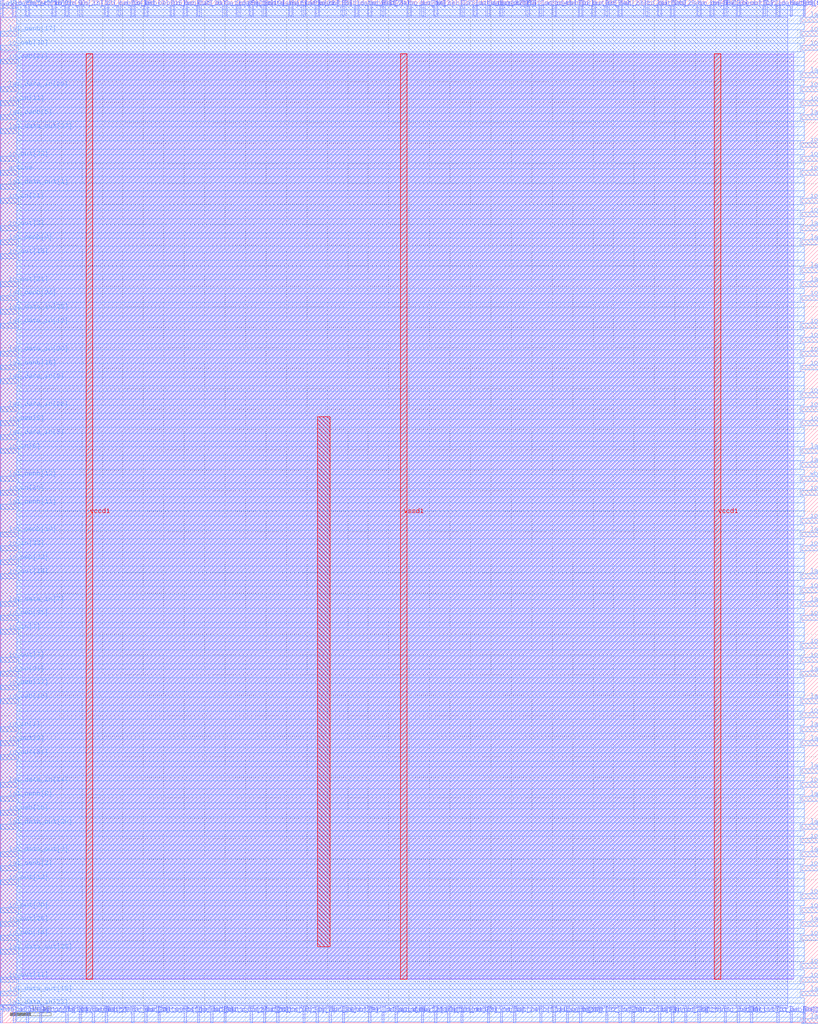
<source format=lef>
VERSION 5.7 ;
  NOWIREEXTENSIONATPIN ON ;
  DIVIDERCHAR "/" ;
  BUSBITCHARS "[]" ;
MACRO wrapped_rgb_mixer
  CLASS BLOCK ;
  FOREIGN wrapped_rgb_mixer ;
  ORIGIN 0.000 0.000 ;
  SIZE 200.000 BY 250.000 ;
  PIN active
    DIRECTION INPUT ;
    USE SIGNAL ;
    PORT
      LAYER met3 ;
        RECT 0.000 207.140 4.000 208.340 ;
    END
  END active
  PIN io_in[0]
    DIRECTION INPUT ;
    USE SIGNAL ;
    PORT
      LAYER met2 ;
        RECT 67.570 0.000 68.130 4.000 ;
    END
  END io_in[0]
  PIN io_in[10]
    DIRECTION INPUT ;
    USE SIGNAL ;
    PORT
      LAYER met2 ;
        RECT 99.770 246.000 100.330 250.000 ;
    END
  END io_in[10]
  PIN io_in[11]
    DIRECTION INPUT ;
    USE SIGNAL ;
    PORT
      LAYER met3 ;
        RECT 0.000 224.140 4.000 225.340 ;
    END
  END io_in[11]
  PIN io_in[12]
    DIRECTION INPUT ;
    USE SIGNAL ;
    PORT
      LAYER met3 ;
        RECT 196.000 213.940 200.000 215.140 ;
    END
  END io_in[12]
  PIN io_in[13]
    DIRECTION INPUT ;
    USE SIGNAL ;
    PORT
      LAYER met2 ;
        RECT 106.210 0.000 106.770 4.000 ;
    END
  END io_in[13]
  PIN io_in[14]
    DIRECTION INPUT ;
    USE SIGNAL ;
    PORT
      LAYER met2 ;
        RECT 57.910 246.000 58.470 250.000 ;
    END
  END io_in[14]
  PIN io_in[15]
    DIRECTION INPUT ;
    USE SIGNAL ;
    PORT
      LAYER met3 ;
        RECT 196.000 224.140 200.000 225.340 ;
    END
  END io_in[15]
  PIN io_in[16]
    DIRECTION INPUT ;
    USE SIGNAL ;
    PORT
      LAYER met3 ;
        RECT 196.000 43.940 200.000 45.140 ;
    END
  END io_in[16]
  PIN io_in[17]
    DIRECTION INPUT ;
    USE SIGNAL ;
    PORT
      LAYER met2 ;
        RECT 19.270 246.000 19.830 250.000 ;
    END
  END io_in[17]
  PIN io_in[18]
    DIRECTION INPUT ;
    USE SIGNAL ;
    PORT
      LAYER met2 ;
        RECT 28.930 246.000 29.490 250.000 ;
    END
  END io_in[18]
  PIN io_in[19]
    DIRECTION INPUT ;
    USE SIGNAL ;
    PORT
      LAYER met2 ;
        RECT 193.150 0.000 193.710 4.000 ;
    END
  END io_in[19]
  PIN io_in[1]
    DIRECTION INPUT ;
    USE SIGNAL ;
    PORT
      LAYER met3 ;
        RECT 0.000 71.140 4.000 72.340 ;
    END
  END io_in[1]
  PIN io_in[20]
    DIRECTION INPUT ;
    USE SIGNAL ;
    PORT
      LAYER met3 ;
        RECT 0.000 128.940 4.000 130.140 ;
    END
  END io_in[20]
  PIN io_in[21]
    DIRECTION INPUT ;
    USE SIGNAL ;
    PORT
      LAYER met3 ;
        RECT 0.000 84.740 4.000 85.940 ;
    END
  END io_in[21]
  PIN io_in[22]
    DIRECTION INPUT ;
    USE SIGNAL ;
    PORT
      LAYER met3 ;
        RECT 196.000 98.340 200.000 99.540 ;
    END
  END io_in[22]
  PIN io_in[23]
    DIRECTION INPUT ;
    USE SIGNAL ;
    PORT
      LAYER met2 ;
        RECT 16.050 246.000 16.610 250.000 ;
    END
  END io_in[23]
  PIN io_in[24]
    DIRECTION INPUT ;
    USE SIGNAL ;
    PORT
      LAYER met2 ;
        RECT 3.170 246.000 3.730 250.000 ;
    END
  END io_in[24]
  PIN io_in[25]
    DIRECTION INPUT ;
    USE SIGNAL ;
    PORT
      LAYER met2 ;
        RECT 167.390 0.000 167.950 4.000 ;
    END
  END io_in[25]
  PIN io_in[26]
    DIRECTION INPUT ;
    USE SIGNAL ;
    PORT
      LAYER met2 ;
        RECT 164.170 0.000 164.730 4.000 ;
    END
  END io_in[26]
  PIN io_in[27]
    DIRECTION INPUT ;
    USE SIGNAL ;
    PORT
      LAYER met3 ;
        RECT 196.000 74.540 200.000 75.740 ;
    END
  END io_in[27]
  PIN io_in[28]
    DIRECTION INPUT ;
    USE SIGNAL ;
    PORT
      LAYER met2 ;
        RECT 148.070 0.000 148.630 4.000 ;
    END
  END io_in[28]
  PIN io_in[29]
    DIRECTION INPUT ;
    USE SIGNAL ;
    PORT
      LAYER met2 ;
        RECT 196.370 246.000 196.930 250.000 ;
    END
  END io_in[29]
  PIN io_in[2]
    DIRECTION INPUT ;
    USE SIGNAL ;
    PORT
      LAYER met2 ;
        RECT 74.010 0.000 74.570 4.000 ;
    END
  END io_in[2]
  PIN io_in[30]
    DIRECTION INPUT ;
    USE SIGNAL ;
    PORT
      LAYER met3 ;
        RECT 196.000 115.340 200.000 116.540 ;
    END
  END io_in[30]
  PIN io_in[31]
    DIRECTION INPUT ;
    USE SIGNAL ;
    PORT
      LAYER met3 ;
        RECT 0.000 200.340 4.000 201.540 ;
    END
  END io_in[31]
  PIN io_in[32]
    DIRECTION INPUT ;
    USE SIGNAL ;
    PORT
      LAYER met2 ;
        RECT 138.410 0.000 138.970 4.000 ;
    END
  END io_in[32]
  PIN io_in[33]
    DIRECTION INPUT ;
    USE SIGNAL ;
    PORT
      LAYER met3 ;
        RECT 0.000 115.340 4.000 116.540 ;
    END
  END io_in[33]
  PIN io_in[34]
    DIRECTION INPUT ;
    USE SIGNAL ;
    PORT
      LAYER met2 ;
        RECT 144.850 246.000 145.410 250.000 ;
    END
  END io_in[34]
  PIN io_in[35]
    DIRECTION INPUT ;
    USE SIGNAL ;
    PORT
      LAYER met2 ;
        RECT 170.610 246.000 171.170 250.000 ;
    END
  END io_in[35]
  PIN io_in[36]
    DIRECTION INPUT ;
    USE SIGNAL ;
    PORT
      LAYER met3 ;
        RECT 196.000 166.340 200.000 167.540 ;
    END
  END io_in[36]
  PIN io_in[37]
    DIRECTION INPUT ;
    USE SIGNAL ;
    PORT
      LAYER met2 ;
        RECT 173.830 246.000 174.390 250.000 ;
    END
  END io_in[37]
  PIN io_in[3]
    DIRECTION INPUT ;
    USE SIGNAL ;
    PORT
      LAYER met2 ;
        RECT 102.990 246.000 103.550 250.000 ;
    END
  END io_in[3]
  PIN io_in[4]
    DIRECTION INPUT ;
    USE SIGNAL ;
    PORT
      LAYER met3 ;
        RECT 196.000 162.940 200.000 164.140 ;
    END
  END io_in[4]
  PIN io_in[5]
    DIRECTION INPUT ;
    USE SIGNAL ;
    PORT
      LAYER met3 ;
        RECT 196.000 241.140 200.000 242.340 ;
    END
  END io_in[5]
  PIN io_in[6]
    DIRECTION INPUT ;
    USE SIGNAL ;
    PORT
      LAYER met3 ;
        RECT 0.000 139.140 4.000 140.340 ;
    END
  END io_in[6]
  PIN io_in[7]
    DIRECTION INPUT ;
    USE SIGNAL ;
    PORT
      LAYER met3 ;
        RECT 0.000 94.940 4.000 96.140 ;
    END
  END io_in[7]
  PIN io_in[8]
    DIRECTION INPUT ;
    USE SIGNAL ;
    PORT
      LAYER met3 ;
        RECT 196.000 176.540 200.000 177.740 ;
    END
  END io_in[8]
  PIN io_in[9]
    DIRECTION INPUT ;
    USE SIGNAL ;
    PORT
      LAYER met2 ;
        RECT 12.830 246.000 13.390 250.000 ;
    END
  END io_in[9]
  PIN io_oeb[0]
    DIRECTION OUTPUT TRISTATE ;
    USE SIGNAL ;
    PORT
      LAYER met2 ;
        RECT 119.090 0.000 119.650 4.000 ;
    END
  END io_oeb[0]
  PIN io_oeb[10]
    DIRECTION OUTPUT TRISTATE ;
    USE SIGNAL ;
    PORT
      LAYER met3 ;
        RECT 0.000 77.940 4.000 79.140 ;
    END
  END io_oeb[10]
  PIN io_oeb[11]
    DIRECTION OUTPUT TRISTATE ;
    USE SIGNAL ;
    PORT
      LAYER met3 ;
        RECT 196.000 152.740 200.000 153.940 ;
    END
  END io_oeb[11]
  PIN io_oeb[12]
    DIRECTION OUTPUT TRISTATE ;
    USE SIGNAL ;
    PORT
      LAYER met3 ;
        RECT 196.000 91.540 200.000 92.740 ;
    END
  END io_oeb[12]
  PIN io_oeb[13]
    DIRECTION OUTPUT TRISTATE ;
    USE SIGNAL ;
    PORT
      LAYER met3 ;
        RECT 196.000 88.140 200.000 89.340 ;
    END
  END io_oeb[13]
  PIN io_oeb[14]
    DIRECTION OUTPUT TRISTATE ;
    USE SIGNAL ;
    PORT
      LAYER met3 ;
        RECT 0.000 20.140 4.000 21.340 ;
    END
  END io_oeb[14]
  PIN io_oeb[15]
    DIRECTION OUTPUT TRISTATE ;
    USE SIGNAL ;
    PORT
      LAYER met2 ;
        RECT 35.370 246.000 35.930 250.000 ;
    END
  END io_oeb[15]
  PIN io_oeb[16]
    DIRECTION OUTPUT TRISTATE ;
    USE SIGNAL ;
    PORT
      LAYER met3 ;
        RECT 196.000 37.140 200.000 38.340 ;
    END
  END io_oeb[16]
  PIN io_oeb[17]
    DIRECTION OUTPUT TRISTATE ;
    USE SIGNAL ;
    PORT
      LAYER met2 ;
        RECT 61.130 0.000 61.690 4.000 ;
    END
  END io_oeb[17]
  PIN io_oeb[18]
    DIRECTION OUTPUT TRISTATE ;
    USE SIGNAL ;
    PORT
      LAYER met2 ;
        RECT 135.190 246.000 135.750 250.000 ;
    END
  END io_oeb[18]
  PIN io_oeb[19]
    DIRECTION OUTPUT TRISTATE ;
    USE SIGNAL ;
    PORT
      LAYER met2 ;
        RECT 41.810 246.000 42.370 250.000 ;
    END
  END io_oeb[19]
  PIN io_oeb[1]
    DIRECTION OUTPUT TRISTATE ;
    USE SIGNAL ;
    PORT
      LAYER met2 ;
        RECT 177.050 0.000 177.610 4.000 ;
    END
  END io_oeb[1]
  PIN io_oeb[20]
    DIRECTION OUTPUT TRISTATE ;
    USE SIGNAL ;
    PORT
      LAYER met3 ;
        RECT 196.000 122.140 200.000 123.340 ;
    END
  END io_oeb[20]
  PIN io_oeb[21]
    DIRECTION OUTPUT TRISTATE ;
    USE SIGNAL ;
    PORT
      LAYER met3 ;
        RECT 0.000 234.340 4.000 235.540 ;
    END
  END io_oeb[21]
  PIN io_oeb[22]
    DIRECTION OUTPUT TRISTATE ;
    USE SIGNAL ;
    PORT
      LAYER met2 ;
        RECT 22.490 0.000 23.050 4.000 ;
    END
  END io_oeb[22]
  PIN io_oeb[23]
    DIRECTION OUTPUT TRISTATE ;
    USE SIGNAL ;
    PORT
      LAYER met2 ;
        RECT 86.890 246.000 87.450 250.000 ;
    END
  END io_oeb[23]
  PIN io_oeb[24]
    DIRECTION OUTPUT TRISTATE ;
    USE SIGNAL ;
    PORT
      LAYER met2 ;
        RECT 90.110 246.000 90.670 250.000 ;
    END
  END io_oeb[24]
  PIN io_oeb[25]
    DIRECTION OUTPUT TRISTATE ;
    USE SIGNAL ;
    PORT
      LAYER met3 ;
        RECT 196.000 13.340 200.000 14.540 ;
    END
  END io_oeb[25]
  PIN io_oeb[26]
    DIRECTION OUTPUT TRISTATE ;
    USE SIGNAL ;
    PORT
      LAYER met3 ;
        RECT 196.000 200.340 200.000 201.540 ;
    END
  END io_oeb[26]
  PIN io_oeb[27]
    DIRECTION OUTPUT TRISTATE ;
    USE SIGNAL ;
    PORT
      LAYER met2 ;
        RECT 106.210 246.000 106.770 250.000 ;
    END
  END io_oeb[27]
  PIN io_oeb[28]
    DIRECTION OUTPUT TRISTATE ;
    USE SIGNAL ;
    PORT
      LAYER met2 ;
        RECT 189.930 0.000 190.490 4.000 ;
    END
  END io_oeb[28]
  PIN io_oeb[29]
    DIRECTION OUTPUT TRISTATE ;
    USE SIGNAL ;
    PORT
      LAYER met3 ;
        RECT 196.000 169.740 200.000 170.940 ;
    END
  END io_oeb[29]
  PIN io_oeb[2]
    DIRECTION OUTPUT TRISTATE ;
    USE SIGNAL ;
    PORT
      LAYER met2 ;
        RECT 160.950 246.000 161.510 250.000 ;
    END
  END io_oeb[2]
  PIN io_oeb[30]
    DIRECTION OUTPUT TRISTATE ;
    USE SIGNAL ;
    PORT
      LAYER met3 ;
        RECT 0.000 237.740 4.000 238.940 ;
    END
  END io_oeb[30]
  PIN io_oeb[31]
    DIRECTION OUTPUT TRISTATE ;
    USE SIGNAL ;
    PORT
      LAYER met2 ;
        RECT 183.490 0.000 184.050 4.000 ;
    END
  END io_oeb[31]
  PIN io_oeb[32]
    DIRECTION OUTPUT TRISTATE ;
    USE SIGNAL ;
    PORT
      LAYER met3 ;
        RECT 0.000 111.940 4.000 113.140 ;
    END
  END io_oeb[32]
  PIN io_oeb[33]
    DIRECTION OUTPUT TRISTATE ;
    USE SIGNAL ;
    PORT
      LAYER met3 ;
        RECT 196.000 20.140 200.000 21.340 ;
    END
  END io_oeb[33]
  PIN io_oeb[34]
    DIRECTION OUTPUT TRISTATE ;
    USE SIGNAL ;
    PORT
      LAYER met2 ;
        RECT 25.710 246.000 26.270 250.000 ;
    END
  END io_oeb[34]
  PIN io_oeb[35]
    DIRECTION OUTPUT TRISTATE ;
    USE SIGNAL ;
    PORT
      LAYER met3 ;
        RECT 0.000 98.340 4.000 99.540 ;
    END
  END io_oeb[35]
  PIN io_oeb[36]
    DIRECTION OUTPUT TRISTATE ;
    USE SIGNAL ;
    PORT
      LAYER met3 ;
        RECT 0.000 50.740 4.000 51.940 ;
    END
  END io_oeb[36]
  PIN io_oeb[37]
    DIRECTION OUTPUT TRISTATE ;
    USE SIGNAL ;
    PORT
      LAYER met3 ;
        RECT 0.000 81.340 4.000 82.540 ;
    END
  END io_oeb[37]
  PIN io_oeb[3]
    DIRECTION OUTPUT TRISTATE ;
    USE SIGNAL ;
    PORT
      LAYER met2 ;
        RECT 112.650 0.000 113.210 4.000 ;
    END
  END io_oeb[3]
  PIN io_oeb[4]
    DIRECTION OUTPUT TRISTATE ;
    USE SIGNAL ;
    PORT
      LAYER met3 ;
        RECT 196.000 26.940 200.000 28.140 ;
    END
  END io_oeb[4]
  PIN io_oeb[5]
    DIRECTION OUTPUT TRISTATE ;
    USE SIGNAL ;
    PORT
      LAYER met3 ;
        RECT 0.000 145.940 4.000 147.140 ;
    END
  END io_oeb[5]
  PIN io_oeb[6]
    DIRECTION OUTPUT TRISTATE ;
    USE SIGNAL ;
    PORT
      LAYER met3 ;
        RECT 196.000 105.140 200.000 106.340 ;
    END
  END io_oeb[6]
  PIN io_oeb[7]
    DIRECTION OUTPUT TRISTATE ;
    USE SIGNAL ;
    PORT
      LAYER met2 ;
        RECT 32.150 246.000 32.710 250.000 ;
    END
  END io_oeb[7]
  PIN io_oeb[8]
    DIRECTION OUTPUT TRISTATE ;
    USE SIGNAL ;
    PORT
      LAYER met2 ;
        RECT 19.270 0.000 19.830 4.000 ;
    END
  END io_oeb[8]
  PIN io_oeb[9]
    DIRECTION OUTPUT TRISTATE ;
    USE SIGNAL ;
    PORT
      LAYER met2 ;
        RECT 48.250 0.000 48.810 4.000 ;
    END
  END io_oeb[9]
  PIN io_out[0]
    DIRECTION OUTPUT TRISTATE ;
    USE SIGNAL ;
    PORT
      LAYER met3 ;
        RECT 196.000 237.740 200.000 238.940 ;
    END
  END io_out[0]
  PIN io_out[10]
    DIRECTION OUTPUT TRISTATE ;
    USE SIGNAL ;
    PORT
      LAYER met3 ;
        RECT 196.000 149.340 200.000 150.540 ;
    END
  END io_out[10]
  PIN io_out[11]
    DIRECTION OUTPUT TRISTATE ;
    USE SIGNAL ;
    PORT
      LAYER met3 ;
        RECT 0.000 9.940 4.000 11.140 ;
    END
  END io_out[11]
  PIN io_out[12]
    DIRECTION OUTPUT TRISTATE ;
    USE SIGNAL ;
    PORT
      LAYER met3 ;
        RECT 0.000 33.740 4.000 34.940 ;
    END
  END io_out[12]
  PIN io_out[13]
    DIRECTION OUTPUT TRISTATE ;
    USE SIGNAL ;
    PORT
      LAYER met2 ;
        RECT 180.270 0.000 180.830 4.000 ;
    END
  END io_out[13]
  PIN io_out[14]
    DIRECTION OUTPUT TRISTATE ;
    USE SIGNAL ;
    PORT
      LAYER met3 ;
        RECT 196.000 207.140 200.000 208.340 ;
    END
  END io_out[14]
  PIN io_out[15]
    DIRECTION OUTPUT TRISTATE ;
    USE SIGNAL ;
    PORT
      LAYER met3 ;
        RECT 0.000 186.740 4.000 187.940 ;
    END
  END io_out[15]
  PIN io_out[16]
    DIRECTION OUTPUT TRISTATE ;
    USE SIGNAL ;
    PORT
      LAYER met3 ;
        RECT 196.000 145.940 200.000 147.140 ;
    END
  END io_out[16]
  PIN io_out[17]
    DIRECTION OUTPUT TRISTATE ;
    USE SIGNAL ;
    PORT
      LAYER met2 ;
        RECT 180.270 246.000 180.830 250.000 ;
    END
  END io_out[17]
  PIN io_out[18]
    DIRECTION OUTPUT TRISTATE ;
    USE SIGNAL ;
    PORT
      LAYER met3 ;
        RECT 196.000 9.940 200.000 11.140 ;
    END
  END io_out[18]
  PIN io_out[19]
    DIRECTION OUTPUT TRISTATE ;
    USE SIGNAL ;
    PORT
      LAYER met3 ;
        RECT 0.000 108.540 4.000 109.740 ;
    END
  END io_out[19]
  PIN io_out[1]
    DIRECTION OUTPUT TRISTATE ;
    USE SIGNAL ;
    PORT
      LAYER met2 ;
        RECT 122.310 246.000 122.870 250.000 ;
    END
  END io_out[1]
  PIN io_out[20]
    DIRECTION OUTPUT TRISTATE ;
    USE SIGNAL ;
    PORT
      LAYER met2 ;
        RECT 157.730 246.000 158.290 250.000 ;
    END
  END io_out[20]
  PIN io_out[21]
    DIRECTION OUTPUT TRISTATE ;
    USE SIGNAL ;
    PORT
      LAYER met3 ;
        RECT 0.000 179.940 4.000 181.140 ;
    END
  END io_out[21]
  PIN io_out[22]
    DIRECTION OUTPUT TRISTATE ;
    USE SIGNAL ;
    PORT
      LAYER met2 ;
        RECT 141.630 0.000 142.190 4.000 ;
    END
  END io_out[22]
  PIN io_out[23]
    DIRECTION OUTPUT TRISTATE ;
    USE SIGNAL ;
    PORT
      LAYER met3 ;
        RECT 196.000 128.940 200.000 130.140 ;
    END
  END io_out[23]
  PIN io_out[24]
    DIRECTION OUTPUT TRISTATE ;
    USE SIGNAL ;
    PORT
      LAYER met2 ;
        RECT 122.310 0.000 122.870 4.000 ;
    END
  END io_out[24]
  PIN io_out[25]
    DIRECTION OUTPUT TRISTATE ;
    USE SIGNAL ;
    PORT
      LAYER met2 ;
        RECT 141.630 246.000 142.190 250.000 ;
    END
  END io_out[25]
  PIN io_out[26]
    DIRECTION OUTPUT TRISTATE ;
    USE SIGNAL ;
    PORT
      LAYER met3 ;
        RECT 0.000 23.540 4.000 24.740 ;
    END
  END io_out[26]
  PIN io_out[27]
    DIRECTION OUTPUT TRISTATE ;
    USE SIGNAL ;
    PORT
      LAYER met2 ;
        RECT 148.070 246.000 148.630 250.000 ;
    END
  END io_out[27]
  PIN io_out[28]
    DIRECTION OUTPUT TRISTATE ;
    USE SIGNAL ;
    PORT
      LAYER met2 ;
        RECT 77.230 0.000 77.790 4.000 ;
    END
  END io_out[28]
  PIN io_out[29]
    DIRECTION OUTPUT TRISTATE ;
    USE SIGNAL ;
    PORT
      LAYER met3 ;
        RECT 196.000 30.340 200.000 31.540 ;
    END
  END io_out[29]
  PIN io_out[2]
    DIRECTION OUTPUT TRISTATE ;
    USE SIGNAL ;
    PORT
      LAYER met2 ;
        RECT 32.150 0.000 32.710 4.000 ;
    END
  END io_out[2]
  PIN io_out[30]
    DIRECTION OUTPUT TRISTATE ;
    USE SIGNAL ;
    PORT
      LAYER met3 ;
        RECT 0.000 26.940 4.000 28.140 ;
    END
  END io_out[30]
  PIN io_out[31]
    DIRECTION OUTPUT TRISTATE ;
    USE SIGNAL ;
    PORT
      LAYER met3 ;
        RECT 0.000 64.340 4.000 65.540 ;
    END
  END io_out[31]
  PIN io_out[32]
    DIRECTION OUTPUT TRISTATE ;
    USE SIGNAL ;
    PORT
      LAYER met3 ;
        RECT 0.000 210.540 4.000 211.740 ;
    END
  END io_out[32]
  PIN io_out[33]
    DIRECTION OUTPUT TRISTATE ;
    USE SIGNAL ;
    PORT
      LAYER met3 ;
        RECT 196.000 57.540 200.000 58.740 ;
    END
  END io_out[33]
  PIN io_out[34]
    DIRECTION OUTPUT TRISTATE ;
    USE SIGNAL ;
    PORT
      LAYER met3 ;
        RECT 196.000 210.540 200.000 211.740 ;
    END
  END io_out[34]
  PIN io_out[35]
    DIRECTION OUTPUT TRISTATE ;
    USE SIGNAL ;
    PORT
      LAYER met3 ;
        RECT 196.000 196.940 200.000 198.140 ;
    END
  END io_out[35]
  PIN io_out[36]
    DIRECTION OUTPUT TRISTATE ;
    USE SIGNAL ;
    PORT
      LAYER met2 ;
        RECT 45.030 246.000 45.590 250.000 ;
    END
  END io_out[36]
  PIN io_out[37]
    DIRECTION OUTPUT TRISTATE ;
    USE SIGNAL ;
    PORT
      LAYER met3 ;
        RECT 196.000 227.540 200.000 228.740 ;
    END
  END io_out[37]
  PIN io_out[3]
    DIRECTION OUTPUT TRISTATE ;
    USE SIGNAL ;
    PORT
      LAYER met3 ;
        RECT 0.000 193.540 4.000 194.740 ;
    END
  END io_out[3]
  PIN io_out[4]
    DIRECTION OUTPUT TRISTATE ;
    USE SIGNAL ;
    PORT
      LAYER met3 ;
        RECT 196.000 159.540 200.000 160.740 ;
    END
  END io_out[4]
  PIN io_out[5]
    DIRECTION OUTPUT TRISTATE ;
    USE SIGNAL ;
    PORT
      LAYER met2 ;
        RECT 77.230 246.000 77.790 250.000 ;
    END
  END io_out[5]
  PIN io_out[6]
    DIRECTION OUTPUT TRISTATE ;
    USE SIGNAL ;
    PORT
      LAYER met2 ;
        RECT 189.930 246.000 190.490 250.000 ;
    END
  END io_out[6]
  PIN io_out[7]
    DIRECTION OUTPUT TRISTATE ;
    USE SIGNAL ;
    PORT
      LAYER met3 ;
        RECT 0.000 88.140 4.000 89.340 ;
    END
  END io_out[7]
  PIN io_out[8]
    DIRECTION OUTPUT TRISTATE ;
    USE SIGNAL ;
    PORT
      LAYER met2 ;
        RECT 83.670 0.000 84.230 4.000 ;
    END
  END io_out[8]
  PIN io_out[9]
    DIRECTION OUTPUT TRISTATE ;
    USE SIGNAL ;
    PORT
      LAYER met3 ;
        RECT 0.000 67.740 4.000 68.940 ;
    END
  END io_out[9]
  PIN la1_data_in[0]
    DIRECTION INPUT ;
    USE SIGNAL ;
    PORT
      LAYER met3 ;
        RECT 196.000 60.940 200.000 62.140 ;
    END
  END la1_data_in[0]
  PIN la1_data_in[10]
    DIRECTION INPUT ;
    USE SIGNAL ;
    PORT
      LAYER met2 ;
        RECT 96.550 0.000 97.110 4.000 ;
    END
  END la1_data_in[10]
  PIN la1_data_in[11]
    DIRECTION INPUT ;
    USE SIGNAL ;
    PORT
      LAYER met3 ;
        RECT 196.000 54.140 200.000 55.340 ;
    END
  END la1_data_in[11]
  PIN la1_data_in[12]
    DIRECTION INPUT ;
    USE SIGNAL ;
    PORT
      LAYER met3 ;
        RECT 0.000 169.740 4.000 170.940 ;
    END
  END la1_data_in[12]
  PIN la1_data_in[13]
    DIRECTION INPUT ;
    USE SIGNAL ;
    PORT
      LAYER met2 ;
        RECT 151.290 0.000 151.850 4.000 ;
    END
  END la1_data_in[13]
  PIN la1_data_in[14]
    DIRECTION INPUT ;
    USE SIGNAL ;
    PORT
      LAYER met3 ;
        RECT 0.000 57.540 4.000 58.740 ;
    END
  END la1_data_in[14]
  PIN la1_data_in[15]
    DIRECTION INPUT ;
    USE SIGNAL ;
    PORT
      LAYER met2 ;
        RECT 48.250 246.000 48.810 250.000 ;
    END
  END la1_data_in[15]
  PIN la1_data_in[16]
    DIRECTION INPUT ;
    USE SIGNAL ;
    PORT
      LAYER met2 ;
        RECT 115.870 246.000 116.430 250.000 ;
    END
  END la1_data_in[16]
  PIN la1_data_in[17]
    DIRECTION INPUT ;
    USE SIGNAL ;
    PORT
      LAYER met2 ;
        RECT 83.670 246.000 84.230 250.000 ;
    END
  END la1_data_in[17]
  PIN la1_data_in[18]
    DIRECTION INPUT ;
    USE SIGNAL ;
    PORT
      LAYER met2 ;
        RECT 196.370 0.000 196.930 4.000 ;
    END
  END la1_data_in[18]
  PIN la1_data_in[19]
    DIRECTION INPUT ;
    USE SIGNAL ;
    PORT
      LAYER met2 ;
        RECT 54.690 246.000 55.250 250.000 ;
    END
  END la1_data_in[19]
  PIN la1_data_in[1]
    DIRECTION INPUT ;
    USE SIGNAL ;
    PORT
      LAYER met2 ;
        RECT 90.110 0.000 90.670 4.000 ;
    END
  END la1_data_in[1]
  PIN la1_data_in[20]
    DIRECTION INPUT ;
    USE SIGNAL ;
    PORT
      LAYER met3 ;
        RECT 0.000 162.940 4.000 164.140 ;
    END
  END la1_data_in[20]
  PIN la1_data_in[21]
    DIRECTION INPUT ;
    USE SIGNAL ;
    PORT
      LAYER met2 ;
        RECT 193.150 246.000 193.710 250.000 ;
    END
  END la1_data_in[21]
  PIN la1_data_in[22]
    DIRECTION INPUT ;
    USE SIGNAL ;
    PORT
      LAYER met3 ;
        RECT 196.000 67.740 200.000 68.940 ;
    END
  END la1_data_in[22]
  PIN la1_data_in[23]
    DIRECTION INPUT ;
    USE SIGNAL ;
    PORT
      LAYER met3 ;
        RECT 0.000 3.140 4.000 4.340 ;
    END
  END la1_data_in[23]
  PIN la1_data_in[24]
    DIRECTION INPUT ;
    USE SIGNAL ;
    PORT
      LAYER met2 ;
        RECT 64.350 0.000 64.910 4.000 ;
    END
  END la1_data_in[24]
  PIN la1_data_in[25]
    DIRECTION INPUT ;
    USE SIGNAL ;
    PORT
      LAYER met3 ;
        RECT 0.000 173.140 4.000 174.340 ;
    END
  END la1_data_in[25]
  PIN la1_data_in[26]
    DIRECTION INPUT ;
    USE SIGNAL ;
    PORT
      LAYER met3 ;
        RECT 196.000 40.540 200.000 41.740 ;
    END
  END la1_data_in[26]
  PIN la1_data_in[27]
    DIRECTION INPUT ;
    USE SIGNAL ;
    PORT
      LAYER met2 ;
        RECT 131.970 0.000 132.530 4.000 ;
    END
  END la1_data_in[27]
  PIN la1_data_in[28]
    DIRECTION INPUT ;
    USE SIGNAL ;
    PORT
      LAYER met3 ;
        RECT 0.000 149.340 4.000 150.540 ;
    END
  END la1_data_in[28]
  PIN la1_data_in[29]
    DIRECTION INPUT ;
    USE SIGNAL ;
    PORT
      LAYER met3 ;
        RECT 0.000 227.540 4.000 228.740 ;
    END
  END la1_data_in[29]
  PIN la1_data_in[2]
    DIRECTION INPUT ;
    USE SIGNAL ;
    PORT
      LAYER met2 ;
        RECT 51.470 0.000 52.030 4.000 ;
    END
  END la1_data_in[2]
  PIN la1_data_in[30]
    DIRECTION INPUT ;
    USE SIGNAL ;
    PORT
      LAYER met2 ;
        RECT 6.390 0.000 6.950 4.000 ;
    END
  END la1_data_in[30]
  PIN la1_data_in[31]
    DIRECTION INPUT ;
    USE SIGNAL ;
    PORT
      LAYER met2 ;
        RECT 170.610 0.000 171.170 4.000 ;
    END
  END la1_data_in[31]
  PIN la1_data_in[3]
    DIRECTION INPUT ;
    USE SIGNAL ;
    PORT
      LAYER met3 ;
        RECT 0.000 142.540 4.000 143.740 ;
    END
  END la1_data_in[3]
  PIN la1_data_in[4]
    DIRECTION INPUT ;
    USE SIGNAL ;
    PORT
      LAYER met2 ;
        RECT 164.170 246.000 164.730 250.000 ;
    END
  END la1_data_in[4]
  PIN la1_data_in[5]
    DIRECTION INPUT ;
    USE SIGNAL ;
    PORT
      LAYER met3 ;
        RECT 196.000 135.740 200.000 136.940 ;
    END
  END la1_data_in[5]
  PIN la1_data_in[6]
    DIRECTION INPUT ;
    USE SIGNAL ;
    PORT
      LAYER met2 ;
        RECT 61.130 246.000 61.690 250.000 ;
    END
  END la1_data_in[6]
  PIN la1_data_in[7]
    DIRECTION INPUT ;
    USE SIGNAL ;
    PORT
      LAYER met3 ;
        RECT 0.000 101.740 4.000 102.940 ;
    END
  END la1_data_in[7]
  PIN la1_data_in[8]
    DIRECTION INPUT ;
    USE SIGNAL ;
    PORT
      LAYER met2 ;
        RECT 64.350 246.000 64.910 250.000 ;
    END
  END la1_data_in[8]
  PIN la1_data_in[9]
    DIRECTION INPUT ;
    USE SIGNAL ;
    PORT
      LAYER met3 ;
        RECT 0.000 156.140 4.000 157.340 ;
    END
  END la1_data_in[9]
  PIN la1_data_out[0]
    DIRECTION OUTPUT TRISTATE ;
    USE SIGNAL ;
    PORT
      LAYER met2 ;
        RECT 35.370 0.000 35.930 4.000 ;
    END
  END la1_data_out[0]
  PIN la1_data_out[10]
    DIRECTION OUTPUT TRISTATE ;
    USE SIGNAL ;
    PORT
      LAYER met3 ;
        RECT 196.000 77.940 200.000 79.140 ;
    END
  END la1_data_out[10]
  PIN la1_data_out[11]
    DIRECTION OUTPUT TRISTATE ;
    USE SIGNAL ;
    PORT
      LAYER met2 ;
        RECT 102.990 0.000 103.550 4.000 ;
    END
  END la1_data_out[11]
  PIN la1_data_out[12]
    DIRECTION OUTPUT TRISTATE ;
    USE SIGNAL ;
    PORT
      LAYER met3 ;
        RECT 196.000 230.940 200.000 232.140 ;
    END
  END la1_data_out[12]
  PIN la1_data_out[13]
    DIRECTION OUTPUT TRISTATE ;
    USE SIGNAL ;
    PORT
      LAYER met3 ;
        RECT 0.000 247.940 4.000 249.140 ;
    END
  END la1_data_out[13]
  PIN la1_data_out[14]
    DIRECTION OUTPUT TRISTATE ;
    USE SIGNAL ;
    PORT
      LAYER met2 ;
        RECT 93.330 246.000 93.890 250.000 ;
    END
  END la1_data_out[14]
  PIN la1_data_out[15]
    DIRECTION OUTPUT TRISTATE ;
    USE SIGNAL ;
    PORT
      LAYER met3 ;
        RECT 0.000 6.540 4.000 7.740 ;
    END
  END la1_data_out[15]
  PIN la1_data_out[16]
    DIRECTION OUTPUT TRISTATE ;
    USE SIGNAL ;
    PORT
      LAYER met3 ;
        RECT 196.000 101.740 200.000 102.940 ;
    END
  END la1_data_out[16]
  PIN la1_data_out[17]
    DIRECTION OUTPUT TRISTATE ;
    USE SIGNAL ;
    PORT
      LAYER met3 ;
        RECT 196.000 190.140 200.000 191.340 ;
    END
  END la1_data_out[17]
  PIN la1_data_out[18]
    DIRECTION OUTPUT TRISTATE ;
    USE SIGNAL ;
    PORT
      LAYER met2 ;
        RECT -0.050 246.000 0.510 250.000 ;
    END
  END la1_data_out[18]
  PIN la1_data_out[19]
    DIRECTION OUTPUT TRISTATE ;
    USE SIGNAL ;
    PORT
      LAYER met3 ;
        RECT 196.000 139.140 200.000 140.340 ;
    END
  END la1_data_out[19]
  PIN la1_data_out[1]
    DIRECTION OUTPUT TRISTATE ;
    USE SIGNAL ;
    PORT
      LAYER met3 ;
        RECT 0.000 203.740 4.000 204.940 ;
    END
  END la1_data_out[1]
  PIN la1_data_out[20]
    DIRECTION OUTPUT TRISTATE ;
    USE SIGNAL ;
    PORT
      LAYER met3 ;
        RECT 0.000 47.340 4.000 48.540 ;
    END
  END la1_data_out[20]
  PIN la1_data_out[21]
    DIRECTION OUTPUT TRISTATE ;
    USE SIGNAL ;
    PORT
      LAYER met3 ;
        RECT 196.000 220.740 200.000 221.940 ;
    END
  END la1_data_out[21]
  PIN la1_data_out[22]
    DIRECTION OUTPUT TRISTATE ;
    USE SIGNAL ;
    PORT
      LAYER met2 ;
        RECT 112.650 246.000 113.210 250.000 ;
    END
  END la1_data_out[22]
  PIN la1_data_out[23]
    DIRECTION OUTPUT TRISTATE ;
    USE SIGNAL ;
    PORT
      LAYER met2 ;
        RECT 54.690 0.000 55.250 4.000 ;
    END
  END la1_data_out[23]
  PIN la1_data_out[24]
    DIRECTION OUTPUT TRISTATE ;
    USE SIGNAL ;
    PORT
      LAYER met3 ;
        RECT 196.000 108.540 200.000 109.740 ;
    END
  END la1_data_out[24]
  PIN la1_data_out[25]
    DIRECTION OUTPUT TRISTATE ;
    USE SIGNAL ;
    PORT
      LAYER met3 ;
        RECT 0.000 16.740 4.000 17.940 ;
    END
  END la1_data_out[25]
  PIN la1_data_out[26]
    DIRECTION OUTPUT TRISTATE ;
    USE SIGNAL ;
    PORT
      LAYER met3 ;
        RECT 196.000 47.340 200.000 48.540 ;
    END
  END la1_data_out[26]
  PIN la1_data_out[27]
    DIRECTION OUTPUT TRISTATE ;
    USE SIGNAL ;
    PORT
      LAYER met3 ;
        RECT 0.000 217.340 4.000 218.540 ;
    END
  END la1_data_out[27]
  PIN la1_data_out[28]
    DIRECTION OUTPUT TRISTATE ;
    USE SIGNAL ;
    PORT
      LAYER met3 ;
        RECT 196.000 -0.260 200.000 0.940 ;
    END
  END la1_data_out[28]
  PIN la1_data_out[29]
    DIRECTION OUTPUT TRISTATE ;
    USE SIGNAL ;
    PORT
      LAYER met2 ;
        RECT 25.710 0.000 26.270 4.000 ;
    END
  END la1_data_out[29]
  PIN la1_data_out[2]
    DIRECTION OUTPUT TRISTATE ;
    USE SIGNAL ;
    PORT
      LAYER met2 ;
        RECT 93.330 0.000 93.890 4.000 ;
    END
  END la1_data_out[2]
  PIN la1_data_out[30]
    DIRECTION OUTPUT TRISTATE ;
    USE SIGNAL ;
    PORT
      LAYER met3 ;
        RECT 196.000 84.740 200.000 85.940 ;
    END
  END la1_data_out[30]
  PIN la1_data_out[31]
    DIRECTION OUTPUT TRISTATE ;
    USE SIGNAL ;
    PORT
      LAYER met3 ;
        RECT 196.000 244.540 200.000 245.740 ;
    END
  END la1_data_out[31]
  PIN la1_data_out[3]
    DIRECTION OUTPUT TRISTATE ;
    USE SIGNAL ;
    PORT
      LAYER met3 ;
        RECT 0.000 40.540 4.000 41.740 ;
    END
  END la1_data_out[3]
  PIN la1_data_out[4]
    DIRECTION OUTPUT TRISTATE ;
    USE SIGNAL ;
    PORT
      LAYER met3 ;
        RECT 196.000 6.540 200.000 7.740 ;
    END
  END la1_data_out[4]
  PIN la1_data_out[5]
    DIRECTION OUTPUT TRISTATE ;
    USE SIGNAL ;
    PORT
      LAYER met2 ;
        RECT 16.050 0.000 16.610 4.000 ;
    END
  END la1_data_out[5]
  PIN la1_data_out[6]
    DIRECTION OUTPUT TRISTATE ;
    USE SIGNAL ;
    PORT
      LAYER met3 ;
        RECT 196.000 118.740 200.000 119.940 ;
    END
  END la1_data_out[6]
  PIN la1_data_out[7]
    DIRECTION OUTPUT TRISTATE ;
    USE SIGNAL ;
    PORT
      LAYER met2 ;
        RECT 3.170 0.000 3.730 4.000 ;
    END
  END la1_data_out[7]
  PIN la1_data_out[8]
    DIRECTION OUTPUT TRISTATE ;
    USE SIGNAL ;
    PORT
      LAYER met3 ;
        RECT 196.000 193.540 200.000 194.740 ;
    END
  END la1_data_out[8]
  PIN la1_data_out[9]
    DIRECTION OUTPUT TRISTATE ;
    USE SIGNAL ;
    PORT
      LAYER met2 ;
        RECT 186.710 246.000 187.270 250.000 ;
    END
  END la1_data_out[9]
  PIN la1_oenb[0]
    DIRECTION INPUT ;
    USE SIGNAL ;
    PORT
      LAYER met3 ;
        RECT 196.000 23.540 200.000 24.740 ;
    END
  END la1_oenb[0]
  PIN la1_oenb[10]
    DIRECTION INPUT ;
    USE SIGNAL ;
    PORT
      LAYER met2 ;
        RECT 177.050 246.000 177.610 250.000 ;
    END
  END la1_oenb[10]
  PIN la1_oenb[11]
    DIRECTION INPUT ;
    USE SIGNAL ;
    PORT
      LAYER met3 ;
        RECT 0.000 125.540 4.000 126.740 ;
    END
  END la1_oenb[11]
  PIN la1_oenb[12]
    DIRECTION INPUT ;
    USE SIGNAL ;
    PORT
      LAYER met3 ;
        RECT 0.000 132.340 4.000 133.540 ;
    END
  END la1_oenb[12]
  PIN la1_oenb[13]
    DIRECTION INPUT ;
    USE SIGNAL ;
    PORT
      LAYER met2 ;
        RECT 135.190 0.000 135.750 4.000 ;
    END
  END la1_oenb[13]
  PIN la1_oenb[14]
    DIRECTION INPUT ;
    USE SIGNAL ;
    PORT
      LAYER met2 ;
        RECT -0.050 0.000 0.510 4.000 ;
    END
  END la1_oenb[14]
  PIN la1_oenb[15]
    DIRECTION INPUT ;
    USE SIGNAL ;
    PORT
      LAYER met2 ;
        RECT 160.950 0.000 161.510 4.000 ;
    END
  END la1_oenb[15]
  PIN la1_oenb[16]
    DIRECTION INPUT ;
    USE SIGNAL ;
    PORT
      LAYER met3 ;
        RECT 0.000 159.540 4.000 160.740 ;
    END
  END la1_oenb[16]
  PIN la1_oenb[17]
    DIRECTION INPUT ;
    USE SIGNAL ;
    PORT
      LAYER met3 ;
        RECT 0.000 241.140 4.000 242.340 ;
    END
  END la1_oenb[17]
  PIN la1_oenb[18]
    DIRECTION INPUT ;
    USE SIGNAL ;
    PORT
      LAYER met2 ;
        RECT 74.010 246.000 74.570 250.000 ;
    END
  END la1_oenb[18]
  PIN la1_oenb[19]
    DIRECTION INPUT ;
    USE SIGNAL ;
    PORT
      LAYER met3 ;
        RECT 0.000 118.740 4.000 119.940 ;
    END
  END la1_oenb[19]
  PIN la1_oenb[1]
    DIRECTION INPUT ;
    USE SIGNAL ;
    PORT
      LAYER met2 ;
        RECT 38.590 0.000 39.150 4.000 ;
    END
  END la1_oenb[1]
  PIN la1_oenb[20]
    DIRECTION INPUT ;
    USE SIGNAL ;
    PORT
      LAYER met2 ;
        RECT 9.610 0.000 10.170 4.000 ;
    END
  END la1_oenb[20]
  PIN la1_oenb[21]
    DIRECTION INPUT ;
    USE SIGNAL ;
    PORT
      LAYER met2 ;
        RECT 119.090 246.000 119.650 250.000 ;
    END
  END la1_oenb[21]
  PIN la1_oenb[22]
    DIRECTION INPUT ;
    USE SIGNAL ;
    PORT
      LAYER met2 ;
        RECT 70.790 246.000 71.350 250.000 ;
    END
  END la1_oenb[22]
  PIN la1_oenb[23]
    DIRECTION INPUT ;
    USE SIGNAL ;
    PORT
      LAYER met2 ;
        RECT 109.430 0.000 109.990 4.000 ;
    END
  END la1_oenb[23]
  PIN la1_oenb[24]
    DIRECTION INPUT ;
    USE SIGNAL ;
    PORT
      LAYER met2 ;
        RECT 151.290 246.000 151.850 250.000 ;
    END
  END la1_oenb[24]
  PIN la1_oenb[25]
    DIRECTION INPUT ;
    USE SIGNAL ;
    PORT
      LAYER met3 ;
        RECT 196.000 71.140 200.000 72.340 ;
    END
  END la1_oenb[25]
  PIN la1_oenb[26]
    DIRECTION INPUT ;
    USE SIGNAL ;
    PORT
      LAYER met3 ;
        RECT 0.000 176.540 4.000 177.740 ;
    END
  END la1_oenb[26]
  PIN la1_oenb[27]
    DIRECTION INPUT ;
    USE SIGNAL ;
    PORT
      LAYER met3 ;
        RECT 196.000 183.340 200.000 184.540 ;
    END
  END la1_oenb[27]
  PIN la1_oenb[28]
    DIRECTION INPUT ;
    USE SIGNAL ;
    PORT
      LAYER met2 ;
        RECT 45.030 0.000 45.590 4.000 ;
    END
  END la1_oenb[28]
  PIN la1_oenb[29]
    DIRECTION INPUT ;
    USE SIGNAL ;
    PORT
      LAYER met2 ;
        RECT 80.450 0.000 81.010 4.000 ;
    END
  END la1_oenb[29]
  PIN la1_oenb[2]
    DIRECTION INPUT ;
    USE SIGNAL ;
    PORT
      LAYER met3 ;
        RECT 0.000 37.140 4.000 38.340 ;
    END
  END la1_oenb[2]
  PIN la1_oenb[30]
    DIRECTION INPUT ;
    USE SIGNAL ;
    PORT
      LAYER met3 ;
        RECT 196.000 179.940 200.000 181.140 ;
    END
  END la1_oenb[30]
  PIN la1_oenb[31]
    DIRECTION INPUT ;
    USE SIGNAL ;
    PORT
      LAYER met2 ;
        RECT 125.530 0.000 126.090 4.000 ;
    END
  END la1_oenb[31]
  PIN la1_oenb[3]
    DIRECTION INPUT ;
    USE SIGNAL ;
    PORT
      LAYER met2 ;
        RECT 131.970 246.000 132.530 250.000 ;
    END
  END la1_oenb[3]
  PIN la1_oenb[4]
    DIRECTION INPUT ;
    USE SIGNAL ;
    PORT
      LAYER met2 ;
        RECT 128.750 246.000 129.310 250.000 ;
    END
  END la1_oenb[4]
  PIN la1_oenb[5]
    DIRECTION INPUT ;
    USE SIGNAL ;
    PORT
      LAYER met3 ;
        RECT 0.000 220.740 4.000 221.940 ;
    END
  END la1_oenb[5]
  PIN la1_oenb[6]
    DIRECTION INPUT ;
    USE SIGNAL ;
    PORT
      LAYER met2 ;
        RECT 6.390 246.000 6.950 250.000 ;
    END
  END la1_oenb[6]
  PIN la1_oenb[7]
    DIRECTION INPUT ;
    USE SIGNAL ;
    PORT
      LAYER met2 ;
        RECT 154.510 0.000 155.070 4.000 ;
    END
  END la1_oenb[7]
  PIN la1_oenb[8]
    DIRECTION INPUT ;
    USE SIGNAL ;
    PORT
      LAYER met3 ;
        RECT 0.000 54.140 4.000 55.340 ;
    END
  END la1_oenb[8]
  PIN la1_oenb[9]
    DIRECTION INPUT ;
    USE SIGNAL ;
    PORT
      LAYER met3 ;
        RECT 0.000 190.140 4.000 191.340 ;
    END
  END la1_oenb[9]
  PIN vccd1
    DIRECTION INPUT ;
    USE POWER ;
    PORT
      LAYER met4 ;
        RECT 21.040 10.640 22.640 236.880 ;
    END
    PORT
      LAYER met4 ;
        RECT 174.640 10.640 176.240 236.880 ;
    END
  END vccd1
  PIN vssd1
    DIRECTION INPUT ;
    USE GROUND ;
    PORT
      LAYER met4 ;
        RECT 97.840 10.640 99.440 236.880 ;
    END
  END vssd1
  PIN wb_clk_i
    DIRECTION INPUT ;
    USE SIGNAL ;
    PORT
      LAYER met3 ;
        RECT 196.000 132.340 200.000 133.540 ;
    END
  END wb_clk_i
  OBS
      LAYER li1 ;
        RECT 5.520 10.795 194.120 236.725 ;
      LAYER met1 ;
        RECT 0.070 10.640 194.120 237.280 ;
      LAYER met2 ;
        RECT 0.790 245.720 2.890 248.725 ;
        RECT 4.010 245.720 6.110 248.725 ;
        RECT 7.230 245.720 12.550 248.725 ;
        RECT 13.670 245.720 15.770 248.725 ;
        RECT 16.890 245.720 18.990 248.725 ;
        RECT 20.110 245.720 25.430 248.725 ;
        RECT 26.550 245.720 28.650 248.725 ;
        RECT 29.770 245.720 31.870 248.725 ;
        RECT 32.990 245.720 35.090 248.725 ;
        RECT 36.210 245.720 41.530 248.725 ;
        RECT 42.650 245.720 44.750 248.725 ;
        RECT 45.870 245.720 47.970 248.725 ;
        RECT 49.090 245.720 54.410 248.725 ;
        RECT 55.530 245.720 57.630 248.725 ;
        RECT 58.750 245.720 60.850 248.725 ;
        RECT 61.970 245.720 64.070 248.725 ;
        RECT 65.190 245.720 70.510 248.725 ;
        RECT 71.630 245.720 73.730 248.725 ;
        RECT 74.850 245.720 76.950 248.725 ;
        RECT 78.070 245.720 83.390 248.725 ;
        RECT 84.510 245.720 86.610 248.725 ;
        RECT 87.730 245.720 89.830 248.725 ;
        RECT 90.950 245.720 93.050 248.725 ;
        RECT 94.170 245.720 99.490 248.725 ;
        RECT 100.610 245.720 102.710 248.725 ;
        RECT 103.830 245.720 105.930 248.725 ;
        RECT 107.050 245.720 112.370 248.725 ;
        RECT 113.490 245.720 115.590 248.725 ;
        RECT 116.710 245.720 118.810 248.725 ;
        RECT 119.930 245.720 122.030 248.725 ;
        RECT 123.150 245.720 128.470 248.725 ;
        RECT 129.590 245.720 131.690 248.725 ;
        RECT 132.810 245.720 134.910 248.725 ;
        RECT 136.030 245.720 141.350 248.725 ;
        RECT 142.470 245.720 144.570 248.725 ;
        RECT 145.690 245.720 147.790 248.725 ;
        RECT 148.910 245.720 151.010 248.725 ;
        RECT 152.130 245.720 157.450 248.725 ;
        RECT 158.570 245.720 160.670 248.725 ;
        RECT 161.790 245.720 163.890 248.725 ;
        RECT 165.010 245.720 170.330 248.725 ;
        RECT 171.450 245.720 173.550 248.725 ;
        RECT 174.670 245.720 176.770 248.725 ;
        RECT 177.890 245.720 179.990 248.725 ;
        RECT 181.110 245.720 186.430 248.725 ;
        RECT 187.550 245.720 189.650 248.725 ;
        RECT 190.770 245.720 192.640 248.725 ;
        RECT 0.100 4.280 192.640 245.720 ;
        RECT 0.790 3.555 2.890 4.280 ;
        RECT 4.010 3.555 6.110 4.280 ;
        RECT 7.230 3.555 9.330 4.280 ;
        RECT 10.450 3.555 15.770 4.280 ;
        RECT 16.890 3.555 18.990 4.280 ;
        RECT 20.110 3.555 22.210 4.280 ;
        RECT 23.330 3.555 25.430 4.280 ;
        RECT 26.550 3.555 31.870 4.280 ;
        RECT 32.990 3.555 35.090 4.280 ;
        RECT 36.210 3.555 38.310 4.280 ;
        RECT 39.430 3.555 44.750 4.280 ;
        RECT 45.870 3.555 47.970 4.280 ;
        RECT 49.090 3.555 51.190 4.280 ;
        RECT 52.310 3.555 54.410 4.280 ;
        RECT 55.530 3.555 60.850 4.280 ;
        RECT 61.970 3.555 64.070 4.280 ;
        RECT 65.190 3.555 67.290 4.280 ;
        RECT 68.410 3.555 73.730 4.280 ;
        RECT 74.850 3.555 76.950 4.280 ;
        RECT 78.070 3.555 80.170 4.280 ;
        RECT 81.290 3.555 83.390 4.280 ;
        RECT 84.510 3.555 89.830 4.280 ;
        RECT 90.950 3.555 93.050 4.280 ;
        RECT 94.170 3.555 96.270 4.280 ;
        RECT 97.390 3.555 102.710 4.280 ;
        RECT 103.830 3.555 105.930 4.280 ;
        RECT 107.050 3.555 109.150 4.280 ;
        RECT 110.270 3.555 112.370 4.280 ;
        RECT 113.490 3.555 118.810 4.280 ;
        RECT 119.930 3.555 122.030 4.280 ;
        RECT 123.150 3.555 125.250 4.280 ;
        RECT 126.370 3.555 131.690 4.280 ;
        RECT 132.810 3.555 134.910 4.280 ;
        RECT 136.030 3.555 138.130 4.280 ;
        RECT 139.250 3.555 141.350 4.280 ;
        RECT 142.470 3.555 147.790 4.280 ;
        RECT 148.910 3.555 151.010 4.280 ;
        RECT 152.130 3.555 154.230 4.280 ;
        RECT 155.350 3.555 160.670 4.280 ;
        RECT 161.790 3.555 163.890 4.280 ;
        RECT 165.010 3.555 167.110 4.280 ;
        RECT 168.230 3.555 170.330 4.280 ;
        RECT 171.450 3.555 176.770 4.280 ;
        RECT 177.890 3.555 179.990 4.280 ;
        RECT 181.110 3.555 183.210 4.280 ;
        RECT 184.330 3.555 189.650 4.280 ;
        RECT 190.770 3.555 192.640 4.280 ;
      LAYER met3 ;
        RECT 4.400 247.540 196.570 248.705 ;
        RECT 4.000 246.140 196.570 247.540 ;
        RECT 4.000 244.140 195.600 246.140 ;
        RECT 4.000 242.740 196.570 244.140 ;
        RECT 4.400 240.740 195.600 242.740 ;
        RECT 4.000 239.340 196.570 240.740 ;
        RECT 4.400 237.340 195.600 239.340 ;
        RECT 4.000 235.940 196.570 237.340 ;
        RECT 4.400 233.940 196.570 235.940 ;
        RECT 4.000 232.540 196.570 233.940 ;
        RECT 4.000 230.540 195.600 232.540 ;
        RECT 4.000 229.140 196.570 230.540 ;
        RECT 4.400 227.140 195.600 229.140 ;
        RECT 4.000 225.740 196.570 227.140 ;
        RECT 4.400 223.740 195.600 225.740 ;
        RECT 4.000 222.340 196.570 223.740 ;
        RECT 4.400 220.340 195.600 222.340 ;
        RECT 4.000 218.940 196.570 220.340 ;
        RECT 4.400 216.940 196.570 218.940 ;
        RECT 4.000 215.540 196.570 216.940 ;
        RECT 4.000 213.540 195.600 215.540 ;
        RECT 4.000 212.140 196.570 213.540 ;
        RECT 4.400 210.140 195.600 212.140 ;
        RECT 4.000 208.740 196.570 210.140 ;
        RECT 4.400 206.740 195.600 208.740 ;
        RECT 4.000 205.340 196.570 206.740 ;
        RECT 4.400 203.340 196.570 205.340 ;
        RECT 4.000 201.940 196.570 203.340 ;
        RECT 4.400 199.940 195.600 201.940 ;
        RECT 4.000 198.540 196.570 199.940 ;
        RECT 4.000 196.540 195.600 198.540 ;
        RECT 4.000 195.140 196.570 196.540 ;
        RECT 4.400 193.140 195.600 195.140 ;
        RECT 4.000 191.740 196.570 193.140 ;
        RECT 4.400 189.740 195.600 191.740 ;
        RECT 4.000 188.340 196.570 189.740 ;
        RECT 4.400 186.340 196.570 188.340 ;
        RECT 4.000 184.940 196.570 186.340 ;
        RECT 4.000 182.940 195.600 184.940 ;
        RECT 4.000 181.540 196.570 182.940 ;
        RECT 4.400 179.540 195.600 181.540 ;
        RECT 4.000 178.140 196.570 179.540 ;
        RECT 4.400 176.140 195.600 178.140 ;
        RECT 4.000 174.740 196.570 176.140 ;
        RECT 4.400 172.740 196.570 174.740 ;
        RECT 4.000 171.340 196.570 172.740 ;
        RECT 4.400 169.340 195.600 171.340 ;
        RECT 4.000 167.940 196.570 169.340 ;
        RECT 4.000 165.940 195.600 167.940 ;
        RECT 4.000 164.540 196.570 165.940 ;
        RECT 4.400 162.540 195.600 164.540 ;
        RECT 4.000 161.140 196.570 162.540 ;
        RECT 4.400 159.140 195.600 161.140 ;
        RECT 4.000 157.740 196.570 159.140 ;
        RECT 4.400 155.740 196.570 157.740 ;
        RECT 4.000 154.340 196.570 155.740 ;
        RECT 4.000 152.340 195.600 154.340 ;
        RECT 4.000 150.940 196.570 152.340 ;
        RECT 4.400 148.940 195.600 150.940 ;
        RECT 4.000 147.540 196.570 148.940 ;
        RECT 4.400 145.540 195.600 147.540 ;
        RECT 4.000 144.140 196.570 145.540 ;
        RECT 4.400 142.140 196.570 144.140 ;
        RECT 4.000 140.740 196.570 142.140 ;
        RECT 4.400 138.740 195.600 140.740 ;
        RECT 4.000 137.340 196.570 138.740 ;
        RECT 4.000 135.340 195.600 137.340 ;
        RECT 4.000 133.940 196.570 135.340 ;
        RECT 4.400 131.940 195.600 133.940 ;
        RECT 4.000 130.540 196.570 131.940 ;
        RECT 4.400 128.540 195.600 130.540 ;
        RECT 4.000 127.140 196.570 128.540 ;
        RECT 4.400 125.140 196.570 127.140 ;
        RECT 4.000 123.740 196.570 125.140 ;
        RECT 4.000 121.740 195.600 123.740 ;
        RECT 4.000 120.340 196.570 121.740 ;
        RECT 4.400 118.340 195.600 120.340 ;
        RECT 4.000 116.940 196.570 118.340 ;
        RECT 4.400 114.940 195.600 116.940 ;
        RECT 4.000 113.540 196.570 114.940 ;
        RECT 4.400 111.540 196.570 113.540 ;
        RECT 4.000 110.140 196.570 111.540 ;
        RECT 4.400 108.140 195.600 110.140 ;
        RECT 4.000 106.740 196.570 108.140 ;
        RECT 4.000 104.740 195.600 106.740 ;
        RECT 4.000 103.340 196.570 104.740 ;
        RECT 4.400 101.340 195.600 103.340 ;
        RECT 4.000 99.940 196.570 101.340 ;
        RECT 4.400 97.940 195.600 99.940 ;
        RECT 4.000 96.540 196.570 97.940 ;
        RECT 4.400 94.540 196.570 96.540 ;
        RECT 4.000 93.140 196.570 94.540 ;
        RECT 4.000 91.140 195.600 93.140 ;
        RECT 4.000 89.740 196.570 91.140 ;
        RECT 4.400 87.740 195.600 89.740 ;
        RECT 4.000 86.340 196.570 87.740 ;
        RECT 4.400 84.340 195.600 86.340 ;
        RECT 4.000 82.940 196.570 84.340 ;
        RECT 4.400 80.940 196.570 82.940 ;
        RECT 4.000 79.540 196.570 80.940 ;
        RECT 4.400 77.540 195.600 79.540 ;
        RECT 4.000 76.140 196.570 77.540 ;
        RECT 4.000 74.140 195.600 76.140 ;
        RECT 4.000 72.740 196.570 74.140 ;
        RECT 4.400 70.740 195.600 72.740 ;
        RECT 4.000 69.340 196.570 70.740 ;
        RECT 4.400 67.340 195.600 69.340 ;
        RECT 4.000 65.940 196.570 67.340 ;
        RECT 4.400 63.940 196.570 65.940 ;
        RECT 4.000 62.540 196.570 63.940 ;
        RECT 4.000 60.540 195.600 62.540 ;
        RECT 4.000 59.140 196.570 60.540 ;
        RECT 4.400 57.140 195.600 59.140 ;
        RECT 4.000 55.740 196.570 57.140 ;
        RECT 4.400 53.740 195.600 55.740 ;
        RECT 4.000 52.340 196.570 53.740 ;
        RECT 4.400 50.340 196.570 52.340 ;
        RECT 4.000 48.940 196.570 50.340 ;
        RECT 4.400 46.940 195.600 48.940 ;
        RECT 4.000 45.540 196.570 46.940 ;
        RECT 4.000 43.540 195.600 45.540 ;
        RECT 4.000 42.140 196.570 43.540 ;
        RECT 4.400 40.140 195.600 42.140 ;
        RECT 4.000 38.740 196.570 40.140 ;
        RECT 4.400 36.740 195.600 38.740 ;
        RECT 4.000 35.340 196.570 36.740 ;
        RECT 4.400 33.340 196.570 35.340 ;
        RECT 4.000 31.940 196.570 33.340 ;
        RECT 4.000 29.940 195.600 31.940 ;
        RECT 4.000 28.540 196.570 29.940 ;
        RECT 4.400 26.540 195.600 28.540 ;
        RECT 4.000 25.140 196.570 26.540 ;
        RECT 4.400 23.140 195.600 25.140 ;
        RECT 4.000 21.740 196.570 23.140 ;
        RECT 4.400 19.740 195.600 21.740 ;
        RECT 4.000 18.340 196.570 19.740 ;
        RECT 4.400 16.340 196.570 18.340 ;
        RECT 4.000 14.940 196.570 16.340 ;
        RECT 4.000 12.940 195.600 14.940 ;
        RECT 4.000 11.540 196.570 12.940 ;
        RECT 4.400 9.540 195.600 11.540 ;
        RECT 4.000 8.140 196.570 9.540 ;
        RECT 4.400 6.140 195.600 8.140 ;
        RECT 4.000 4.740 196.570 6.140 ;
        RECT 4.400 2.740 196.570 4.740 ;
        RECT 4.000 1.340 196.570 2.740 ;
        RECT 4.000 0.190 195.600 1.340 ;
      LAYER met4 ;
        RECT 77.575 18.535 80.665 148.065 ;
  END
END wrapped_rgb_mixer
END LIBRARY


</source>
